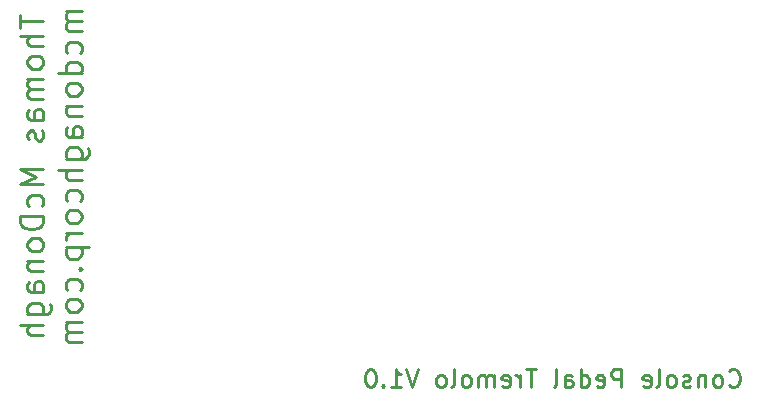
<source format=gbr>
G04 #@! TF.GenerationSoftware,KiCad,Pcbnew,(5.1.7)-1*
G04 #@! TF.CreationDate,2021-02-09T20:34:42-06:00*
G04 #@! TF.ProjectId,ConsolePedalTremolo,436f6e73-6f6c-4655-9065-64616c547265,rev?*
G04 #@! TF.SameCoordinates,Original*
G04 #@! TF.FileFunction,Legend,Bot*
G04 #@! TF.FilePolarity,Positive*
%FSLAX46Y46*%
G04 Gerber Fmt 4.6, Leading zero omitted, Abs format (unit mm)*
G04 Created by KiCad (PCBNEW (5.1.7)-1) date 2021-02-09 20:34:42*
%MOMM*%
%LPD*%
G01*
G04 APERTURE LIST*
%ADD10C,0.250000*%
G04 APERTURE END LIST*
D10*
X147008571Y-121820714D02*
X147080000Y-121892142D01*
X147294285Y-121963571D01*
X147437142Y-121963571D01*
X147651428Y-121892142D01*
X147794285Y-121749285D01*
X147865714Y-121606428D01*
X147937142Y-121320714D01*
X147937142Y-121106428D01*
X147865714Y-120820714D01*
X147794285Y-120677857D01*
X147651428Y-120535000D01*
X147437142Y-120463571D01*
X147294285Y-120463571D01*
X147080000Y-120535000D01*
X147008571Y-120606428D01*
X146151428Y-121963571D02*
X146294285Y-121892142D01*
X146365714Y-121820714D01*
X146437142Y-121677857D01*
X146437142Y-121249285D01*
X146365714Y-121106428D01*
X146294285Y-121035000D01*
X146151428Y-120963571D01*
X145937142Y-120963571D01*
X145794285Y-121035000D01*
X145722857Y-121106428D01*
X145651428Y-121249285D01*
X145651428Y-121677857D01*
X145722857Y-121820714D01*
X145794285Y-121892142D01*
X145937142Y-121963571D01*
X146151428Y-121963571D01*
X145008571Y-120963571D02*
X145008571Y-121963571D01*
X145008571Y-121106428D02*
X144937142Y-121035000D01*
X144794285Y-120963571D01*
X144580000Y-120963571D01*
X144437142Y-121035000D01*
X144365714Y-121177857D01*
X144365714Y-121963571D01*
X143722857Y-121892142D02*
X143580000Y-121963571D01*
X143294285Y-121963571D01*
X143151428Y-121892142D01*
X143080000Y-121749285D01*
X143080000Y-121677857D01*
X143151428Y-121535000D01*
X143294285Y-121463571D01*
X143508571Y-121463571D01*
X143651428Y-121392142D01*
X143722857Y-121249285D01*
X143722857Y-121177857D01*
X143651428Y-121035000D01*
X143508571Y-120963571D01*
X143294285Y-120963571D01*
X143151428Y-121035000D01*
X142222857Y-121963571D02*
X142365714Y-121892142D01*
X142437142Y-121820714D01*
X142508571Y-121677857D01*
X142508571Y-121249285D01*
X142437142Y-121106428D01*
X142365714Y-121035000D01*
X142222857Y-120963571D01*
X142008571Y-120963571D01*
X141865714Y-121035000D01*
X141794285Y-121106428D01*
X141722857Y-121249285D01*
X141722857Y-121677857D01*
X141794285Y-121820714D01*
X141865714Y-121892142D01*
X142008571Y-121963571D01*
X142222857Y-121963571D01*
X140865714Y-121963571D02*
X141008571Y-121892142D01*
X141080000Y-121749285D01*
X141080000Y-120463571D01*
X139722857Y-121892142D02*
X139865714Y-121963571D01*
X140151428Y-121963571D01*
X140294285Y-121892142D01*
X140365714Y-121749285D01*
X140365714Y-121177857D01*
X140294285Y-121035000D01*
X140151428Y-120963571D01*
X139865714Y-120963571D01*
X139722857Y-121035000D01*
X139651428Y-121177857D01*
X139651428Y-121320714D01*
X140365714Y-121463571D01*
X137865714Y-121963571D02*
X137865714Y-120463571D01*
X137294285Y-120463571D01*
X137151428Y-120535000D01*
X137080000Y-120606428D01*
X137008571Y-120749285D01*
X137008571Y-120963571D01*
X137080000Y-121106428D01*
X137151428Y-121177857D01*
X137294285Y-121249285D01*
X137865714Y-121249285D01*
X135794285Y-121892142D02*
X135937142Y-121963571D01*
X136222857Y-121963571D01*
X136365714Y-121892142D01*
X136437142Y-121749285D01*
X136437142Y-121177857D01*
X136365714Y-121035000D01*
X136222857Y-120963571D01*
X135937142Y-120963571D01*
X135794285Y-121035000D01*
X135722857Y-121177857D01*
X135722857Y-121320714D01*
X136437142Y-121463571D01*
X134437142Y-121963571D02*
X134437142Y-120463571D01*
X134437142Y-121892142D02*
X134580000Y-121963571D01*
X134865714Y-121963571D01*
X135008571Y-121892142D01*
X135080000Y-121820714D01*
X135151428Y-121677857D01*
X135151428Y-121249285D01*
X135080000Y-121106428D01*
X135008571Y-121035000D01*
X134865714Y-120963571D01*
X134580000Y-120963571D01*
X134437142Y-121035000D01*
X133079999Y-121963571D02*
X133079999Y-121177857D01*
X133151428Y-121035000D01*
X133294285Y-120963571D01*
X133579999Y-120963571D01*
X133722857Y-121035000D01*
X133079999Y-121892142D02*
X133222857Y-121963571D01*
X133579999Y-121963571D01*
X133722857Y-121892142D01*
X133794285Y-121749285D01*
X133794285Y-121606428D01*
X133722857Y-121463571D01*
X133579999Y-121392142D01*
X133222857Y-121392142D01*
X133079999Y-121320714D01*
X132151428Y-121963571D02*
X132294285Y-121892142D01*
X132365714Y-121749285D01*
X132365714Y-120463571D01*
X130651428Y-120463571D02*
X129794285Y-120463571D01*
X130222857Y-121963571D02*
X130222857Y-120463571D01*
X129294285Y-121963571D02*
X129294285Y-120963571D01*
X129294285Y-121249285D02*
X129222857Y-121106428D01*
X129151428Y-121035000D01*
X129008571Y-120963571D01*
X128865714Y-120963571D01*
X127794285Y-121892142D02*
X127937142Y-121963571D01*
X128222857Y-121963571D01*
X128365714Y-121892142D01*
X128437142Y-121749285D01*
X128437142Y-121177857D01*
X128365714Y-121035000D01*
X128222857Y-120963571D01*
X127937142Y-120963571D01*
X127794285Y-121035000D01*
X127722857Y-121177857D01*
X127722857Y-121320714D01*
X128437142Y-121463571D01*
X127079999Y-121963571D02*
X127079999Y-120963571D01*
X127079999Y-121106428D02*
X127008571Y-121035000D01*
X126865714Y-120963571D01*
X126651428Y-120963571D01*
X126508571Y-121035000D01*
X126437142Y-121177857D01*
X126437142Y-121963571D01*
X126437142Y-121177857D02*
X126365714Y-121035000D01*
X126222857Y-120963571D01*
X126008571Y-120963571D01*
X125865714Y-121035000D01*
X125794285Y-121177857D01*
X125794285Y-121963571D01*
X124865714Y-121963571D02*
X125008571Y-121892142D01*
X125079999Y-121820714D01*
X125151428Y-121677857D01*
X125151428Y-121249285D01*
X125079999Y-121106428D01*
X125008571Y-121035000D01*
X124865714Y-120963571D01*
X124651428Y-120963571D01*
X124508571Y-121035000D01*
X124437142Y-121106428D01*
X124365714Y-121249285D01*
X124365714Y-121677857D01*
X124437142Y-121820714D01*
X124508571Y-121892142D01*
X124651428Y-121963571D01*
X124865714Y-121963571D01*
X123508571Y-121963571D02*
X123651428Y-121892142D01*
X123722857Y-121749285D01*
X123722857Y-120463571D01*
X122722857Y-121963571D02*
X122865714Y-121892142D01*
X122937142Y-121820714D01*
X123008571Y-121677857D01*
X123008571Y-121249285D01*
X122937142Y-121106428D01*
X122865714Y-121035000D01*
X122722857Y-120963571D01*
X122508571Y-120963571D01*
X122365714Y-121035000D01*
X122294285Y-121106428D01*
X122222857Y-121249285D01*
X122222857Y-121677857D01*
X122294285Y-121820714D01*
X122365714Y-121892142D01*
X122508571Y-121963571D01*
X122722857Y-121963571D01*
X120651428Y-120463571D02*
X120151428Y-121963571D01*
X119651428Y-120463571D01*
X118365714Y-121963571D02*
X119222857Y-121963571D01*
X118794285Y-121963571D02*
X118794285Y-120463571D01*
X118937142Y-120677857D01*
X119079999Y-120820714D01*
X119222857Y-120892142D01*
X117722857Y-121820714D02*
X117651428Y-121892142D01*
X117722857Y-121963571D01*
X117794285Y-121892142D01*
X117722857Y-121820714D01*
X117722857Y-121963571D01*
X116722857Y-120463571D02*
X116579999Y-120463571D01*
X116437142Y-120535000D01*
X116365714Y-120606428D01*
X116294285Y-120749285D01*
X116222857Y-121035000D01*
X116222857Y-121392142D01*
X116294285Y-121677857D01*
X116365714Y-121820714D01*
X116437142Y-121892142D01*
X116579999Y-121963571D01*
X116722857Y-121963571D01*
X116865714Y-121892142D01*
X116937142Y-121820714D01*
X117008571Y-121677857D01*
X117079999Y-121392142D01*
X117079999Y-121035000D01*
X117008571Y-120749285D01*
X116937142Y-120606428D01*
X116865714Y-120535000D01*
X116722857Y-120463571D01*
X86941761Y-90425714D02*
X86941761Y-91568571D01*
X88941761Y-90997142D02*
X86941761Y-90997142D01*
X88941761Y-92235238D02*
X86941761Y-92235238D01*
X88941761Y-93092380D02*
X87894142Y-93092380D01*
X87703666Y-92997142D01*
X87608428Y-92806666D01*
X87608428Y-92520952D01*
X87703666Y-92330476D01*
X87798904Y-92235238D01*
X88941761Y-94330476D02*
X88846523Y-94140000D01*
X88751285Y-94044761D01*
X88560809Y-93949523D01*
X87989380Y-93949523D01*
X87798904Y-94044761D01*
X87703666Y-94140000D01*
X87608428Y-94330476D01*
X87608428Y-94616190D01*
X87703666Y-94806666D01*
X87798904Y-94901904D01*
X87989380Y-94997142D01*
X88560809Y-94997142D01*
X88751285Y-94901904D01*
X88846523Y-94806666D01*
X88941761Y-94616190D01*
X88941761Y-94330476D01*
X88941761Y-95854285D02*
X87608428Y-95854285D01*
X87798904Y-95854285D02*
X87703666Y-95949523D01*
X87608428Y-96140000D01*
X87608428Y-96425714D01*
X87703666Y-96616190D01*
X87894142Y-96711428D01*
X88941761Y-96711428D01*
X87894142Y-96711428D02*
X87703666Y-96806666D01*
X87608428Y-96997142D01*
X87608428Y-97282857D01*
X87703666Y-97473333D01*
X87894142Y-97568571D01*
X88941761Y-97568571D01*
X88941761Y-99378095D02*
X87894142Y-99378095D01*
X87703666Y-99282857D01*
X87608428Y-99092380D01*
X87608428Y-98711428D01*
X87703666Y-98520952D01*
X88846523Y-99378095D02*
X88941761Y-99187619D01*
X88941761Y-98711428D01*
X88846523Y-98520952D01*
X88656047Y-98425714D01*
X88465571Y-98425714D01*
X88275095Y-98520952D01*
X88179857Y-98711428D01*
X88179857Y-99187619D01*
X88084619Y-99378095D01*
X88846523Y-100235238D02*
X88941761Y-100425714D01*
X88941761Y-100806666D01*
X88846523Y-100997142D01*
X88656047Y-101092380D01*
X88560809Y-101092380D01*
X88370333Y-100997142D01*
X88275095Y-100806666D01*
X88275095Y-100520952D01*
X88179857Y-100330476D01*
X87989380Y-100235238D01*
X87894142Y-100235238D01*
X87703666Y-100330476D01*
X87608428Y-100520952D01*
X87608428Y-100806666D01*
X87703666Y-100997142D01*
X88941761Y-103473333D02*
X86941761Y-103473333D01*
X88370333Y-104140000D01*
X86941761Y-104806666D01*
X88941761Y-104806666D01*
X88846523Y-106616190D02*
X88941761Y-106425714D01*
X88941761Y-106044761D01*
X88846523Y-105854285D01*
X88751285Y-105759047D01*
X88560809Y-105663809D01*
X87989380Y-105663809D01*
X87798904Y-105759047D01*
X87703666Y-105854285D01*
X87608428Y-106044761D01*
X87608428Y-106425714D01*
X87703666Y-106616190D01*
X88941761Y-107473333D02*
X86941761Y-107473333D01*
X86941761Y-107949523D01*
X87037000Y-108235238D01*
X87227476Y-108425714D01*
X87417952Y-108520952D01*
X87798904Y-108616190D01*
X88084619Y-108616190D01*
X88465571Y-108520952D01*
X88656047Y-108425714D01*
X88846523Y-108235238D01*
X88941761Y-107949523D01*
X88941761Y-107473333D01*
X88941761Y-109759047D02*
X88846523Y-109568571D01*
X88751285Y-109473333D01*
X88560809Y-109378095D01*
X87989380Y-109378095D01*
X87798904Y-109473333D01*
X87703666Y-109568571D01*
X87608428Y-109759047D01*
X87608428Y-110044761D01*
X87703666Y-110235238D01*
X87798904Y-110330476D01*
X87989380Y-110425714D01*
X88560809Y-110425714D01*
X88751285Y-110330476D01*
X88846523Y-110235238D01*
X88941761Y-110044761D01*
X88941761Y-109759047D01*
X87608428Y-111282857D02*
X88941761Y-111282857D01*
X87798904Y-111282857D02*
X87703666Y-111378095D01*
X87608428Y-111568571D01*
X87608428Y-111854285D01*
X87703666Y-112044761D01*
X87894142Y-112140000D01*
X88941761Y-112140000D01*
X88941761Y-113949523D02*
X87894142Y-113949523D01*
X87703666Y-113854285D01*
X87608428Y-113663809D01*
X87608428Y-113282857D01*
X87703666Y-113092380D01*
X88846523Y-113949523D02*
X88941761Y-113759047D01*
X88941761Y-113282857D01*
X88846523Y-113092380D01*
X88656047Y-112997142D01*
X88465571Y-112997142D01*
X88275095Y-113092380D01*
X88179857Y-113282857D01*
X88179857Y-113759047D01*
X88084619Y-113949523D01*
X87608428Y-115759047D02*
X89227476Y-115759047D01*
X89417952Y-115663809D01*
X89513190Y-115568571D01*
X89608428Y-115378095D01*
X89608428Y-115092380D01*
X89513190Y-114901904D01*
X88846523Y-115759047D02*
X88941761Y-115568571D01*
X88941761Y-115187619D01*
X88846523Y-114997142D01*
X88751285Y-114901904D01*
X88560809Y-114806666D01*
X87989380Y-114806666D01*
X87798904Y-114901904D01*
X87703666Y-114997142D01*
X87608428Y-115187619D01*
X87608428Y-115568571D01*
X87703666Y-115759047D01*
X88941761Y-116711428D02*
X86941761Y-116711428D01*
X88941761Y-117568571D02*
X87894142Y-117568571D01*
X87703666Y-117473333D01*
X87608428Y-117282857D01*
X87608428Y-116997142D01*
X87703666Y-116806666D01*
X87798904Y-116711428D01*
X92191761Y-90140000D02*
X90858428Y-90140000D01*
X91048904Y-90140000D02*
X90953666Y-90235238D01*
X90858428Y-90425714D01*
X90858428Y-90711428D01*
X90953666Y-90901904D01*
X91144142Y-90997142D01*
X92191761Y-90997142D01*
X91144142Y-90997142D02*
X90953666Y-91092380D01*
X90858428Y-91282857D01*
X90858428Y-91568571D01*
X90953666Y-91759047D01*
X91144142Y-91854285D01*
X92191761Y-91854285D01*
X92096523Y-93663809D02*
X92191761Y-93473333D01*
X92191761Y-93092380D01*
X92096523Y-92901904D01*
X92001285Y-92806666D01*
X91810809Y-92711428D01*
X91239380Y-92711428D01*
X91048904Y-92806666D01*
X90953666Y-92901904D01*
X90858428Y-93092380D01*
X90858428Y-93473333D01*
X90953666Y-93663809D01*
X92191761Y-95378095D02*
X90191761Y-95378095D01*
X92096523Y-95378095D02*
X92191761Y-95187619D01*
X92191761Y-94806666D01*
X92096523Y-94616190D01*
X92001285Y-94520952D01*
X91810809Y-94425714D01*
X91239380Y-94425714D01*
X91048904Y-94520952D01*
X90953666Y-94616190D01*
X90858428Y-94806666D01*
X90858428Y-95187619D01*
X90953666Y-95378095D01*
X92191761Y-96616190D02*
X92096523Y-96425714D01*
X92001285Y-96330476D01*
X91810809Y-96235238D01*
X91239380Y-96235238D01*
X91048904Y-96330476D01*
X90953666Y-96425714D01*
X90858428Y-96616190D01*
X90858428Y-96901904D01*
X90953666Y-97092380D01*
X91048904Y-97187619D01*
X91239380Y-97282857D01*
X91810809Y-97282857D01*
X92001285Y-97187619D01*
X92096523Y-97092380D01*
X92191761Y-96901904D01*
X92191761Y-96616190D01*
X90858428Y-98140000D02*
X92191761Y-98140000D01*
X91048904Y-98140000D02*
X90953666Y-98235238D01*
X90858428Y-98425714D01*
X90858428Y-98711428D01*
X90953666Y-98901904D01*
X91144142Y-98997142D01*
X92191761Y-98997142D01*
X92191761Y-100806666D02*
X91144142Y-100806666D01*
X90953666Y-100711428D01*
X90858428Y-100520952D01*
X90858428Y-100140000D01*
X90953666Y-99949523D01*
X92096523Y-100806666D02*
X92191761Y-100616190D01*
X92191761Y-100140000D01*
X92096523Y-99949523D01*
X91906047Y-99854285D01*
X91715571Y-99854285D01*
X91525095Y-99949523D01*
X91429857Y-100140000D01*
X91429857Y-100616190D01*
X91334619Y-100806666D01*
X90858428Y-102616190D02*
X92477476Y-102616190D01*
X92667952Y-102520952D01*
X92763190Y-102425714D01*
X92858428Y-102235238D01*
X92858428Y-101949523D01*
X92763190Y-101759047D01*
X92096523Y-102616190D02*
X92191761Y-102425714D01*
X92191761Y-102044761D01*
X92096523Y-101854285D01*
X92001285Y-101759047D01*
X91810809Y-101663809D01*
X91239380Y-101663809D01*
X91048904Y-101759047D01*
X90953666Y-101854285D01*
X90858428Y-102044761D01*
X90858428Y-102425714D01*
X90953666Y-102616190D01*
X92191761Y-103568571D02*
X90191761Y-103568571D01*
X92191761Y-104425714D02*
X91144142Y-104425714D01*
X90953666Y-104330476D01*
X90858428Y-104140000D01*
X90858428Y-103854285D01*
X90953666Y-103663809D01*
X91048904Y-103568571D01*
X92096523Y-106235238D02*
X92191761Y-106044761D01*
X92191761Y-105663809D01*
X92096523Y-105473333D01*
X92001285Y-105378095D01*
X91810809Y-105282857D01*
X91239380Y-105282857D01*
X91048904Y-105378095D01*
X90953666Y-105473333D01*
X90858428Y-105663809D01*
X90858428Y-106044761D01*
X90953666Y-106235238D01*
X92191761Y-107378095D02*
X92096523Y-107187619D01*
X92001285Y-107092380D01*
X91810809Y-106997142D01*
X91239380Y-106997142D01*
X91048904Y-107092380D01*
X90953666Y-107187619D01*
X90858428Y-107378095D01*
X90858428Y-107663809D01*
X90953666Y-107854285D01*
X91048904Y-107949523D01*
X91239380Y-108044761D01*
X91810809Y-108044761D01*
X92001285Y-107949523D01*
X92096523Y-107854285D01*
X92191761Y-107663809D01*
X92191761Y-107378095D01*
X92191761Y-108901904D02*
X90858428Y-108901904D01*
X91239380Y-108901904D02*
X91048904Y-108997142D01*
X90953666Y-109092380D01*
X90858428Y-109282857D01*
X90858428Y-109473333D01*
X90858428Y-110140000D02*
X92858428Y-110140000D01*
X90953666Y-110140000D02*
X90858428Y-110330476D01*
X90858428Y-110711428D01*
X90953666Y-110901904D01*
X91048904Y-110997142D01*
X91239380Y-111092380D01*
X91810809Y-111092380D01*
X92001285Y-110997142D01*
X92096523Y-110901904D01*
X92191761Y-110711428D01*
X92191761Y-110330476D01*
X92096523Y-110140000D01*
X92001285Y-111949523D02*
X92096523Y-112044761D01*
X92191761Y-111949523D01*
X92096523Y-111854285D01*
X92001285Y-111949523D01*
X92191761Y-111949523D01*
X92096523Y-113759047D02*
X92191761Y-113568571D01*
X92191761Y-113187619D01*
X92096523Y-112997142D01*
X92001285Y-112901904D01*
X91810809Y-112806666D01*
X91239380Y-112806666D01*
X91048904Y-112901904D01*
X90953666Y-112997142D01*
X90858428Y-113187619D01*
X90858428Y-113568571D01*
X90953666Y-113759047D01*
X92191761Y-114901904D02*
X92096523Y-114711428D01*
X92001285Y-114616190D01*
X91810809Y-114520952D01*
X91239380Y-114520952D01*
X91048904Y-114616190D01*
X90953666Y-114711428D01*
X90858428Y-114901904D01*
X90858428Y-115187619D01*
X90953666Y-115378095D01*
X91048904Y-115473333D01*
X91239380Y-115568571D01*
X91810809Y-115568571D01*
X92001285Y-115473333D01*
X92096523Y-115378095D01*
X92191761Y-115187619D01*
X92191761Y-114901904D01*
X92191761Y-116425714D02*
X90858428Y-116425714D01*
X91048904Y-116425714D02*
X90953666Y-116520952D01*
X90858428Y-116711428D01*
X90858428Y-116997142D01*
X90953666Y-117187619D01*
X91144142Y-117282857D01*
X92191761Y-117282857D01*
X91144142Y-117282857D02*
X90953666Y-117378095D01*
X90858428Y-117568571D01*
X90858428Y-117854285D01*
X90953666Y-118044761D01*
X91144142Y-118140000D01*
X92191761Y-118140000D01*
M02*

</source>
